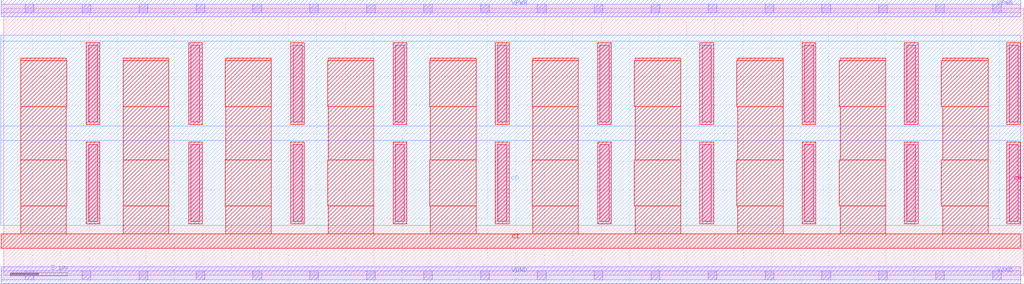
<source format=lef>
VERSION 5.7 ;
  NOWIREEXTENSIONATPIN ON ;
  DIVIDERCHAR "/" ;
  BUSBITCHARS "[]" ;
MACRO sky130_fd_pr__cap_mim_m3_1
  CLASS CORE ;
  FOREIGN sky130_fd_pr__cap_mim_m3_1 ;
  ORIGIN 0.000 0.000 ;
  SIZE 35.855 BY 9.400 ;
  SITE unitasc ;
  PIN c0
    DIRECTION INOUT ;
    PORT
      LAYER met3 ;
        RECT -0.100 8.250 35.750 8.450 ;
        RECT -0.100 5.250 35.755 8.250 ;
        RECT -0.100 4.750 35.750 5.250 ;
        RECT -0.100 1.750 35.755 4.750 ;
      LAYER via3 ;
        RECT 2.980 5.390 3.300 8.110 ;
        RECT 6.575 5.390 6.895 8.110 ;
        RECT 10.170 5.390 10.490 8.110 ;
        RECT 13.765 5.390 14.085 8.110 ;
        RECT 17.360 5.390 17.680 8.110 ;
        RECT 20.955 5.390 21.275 8.110 ;
        RECT 24.550 5.390 24.870 8.110 ;
        RECT 28.145 5.390 28.465 8.110 ;
        RECT 31.740 5.390 32.060 8.110 ;
        RECT 35.335 5.390 35.655 8.110 ;
        RECT 2.980 1.890 3.300 4.610 ;
        RECT 6.575 1.890 6.895 4.610 ;
        RECT 10.170 1.890 10.490 4.610 ;
        RECT 13.765 1.890 14.085 4.610 ;
        RECT 17.360 1.890 17.680 4.610 ;
        RECT 20.955 1.890 21.275 4.610 ;
        RECT 24.550 1.890 24.870 4.610 ;
        RECT 28.145 1.890 28.465 4.610 ;
        RECT 31.740 1.890 32.060 4.610 ;
        RECT 35.335 1.890 35.655 4.610 ;
      LAYER met4 ;
        RECT 2.900 5.310 3.380 8.190 ;
        RECT 6.495 5.310 6.975 8.190 ;
        RECT 10.090 5.310 10.570 8.190 ;
        RECT 13.685 5.310 14.165 8.190 ;
        RECT 17.280 5.310 17.760 8.190 ;
        RECT 20.875 5.310 21.355 8.190 ;
        RECT 24.470 5.310 24.950 8.190 ;
        RECT 28.065 5.310 28.545 8.190 ;
        RECT 31.660 5.310 32.140 8.190 ;
        RECT 35.255 5.310 35.735 8.190 ;
        RECT 2.900 1.810 3.380 4.690 ;
        RECT 6.495 1.810 6.975 4.690 ;
        RECT 10.090 1.810 10.570 4.690 ;
        RECT 13.685 1.810 14.165 4.690 ;
        RECT 17.280 1.810 17.760 4.690 ;
        RECT 20.875 1.810 21.355 4.690 ;
        RECT 24.470 1.810 24.950 4.690 ;
        RECT 28.065 1.810 28.545 4.690 ;
        RECT 31.660 1.810 32.140 4.690 ;
        RECT 35.255 1.810 35.735 4.690 ;
    END
  END c0
  PIN c1
    DIRECTION INOUT ;
    PORT
      LAYER met4 ;
        RECT 0.600 7.555 2.200 7.650 ;
        RECT 4.200 7.555 5.800 7.650 ;
        RECT 7.800 7.555 9.400 7.650 ;
        RECT 11.400 7.555 13.000 7.650 ;
        RECT 15.000 7.555 16.600 7.650 ;
        RECT 18.600 7.555 20.200 7.650 ;
        RECT 22.200 7.555 23.800 7.650 ;
        RECT 25.800 7.555 27.400 7.650 ;
        RECT 29.400 7.555 31.000 7.650 ;
        RECT 33.000 7.555 34.600 7.650 ;
        RECT 0.600 5.945 2.210 7.555 ;
        RECT 4.195 5.945 5.805 7.555 ;
        RECT 7.790 5.945 9.400 7.555 ;
        RECT 11.385 5.945 13.000 7.555 ;
        RECT 14.980 5.945 16.600 7.555 ;
        RECT 18.575 5.945 20.200 7.555 ;
        RECT 22.170 5.945 23.800 7.555 ;
        RECT 25.765 5.945 27.400 7.555 ;
        RECT 29.360 5.945 31.000 7.555 ;
        RECT 32.955 5.945 34.600 7.555 ;
        RECT 0.600 4.055 2.200 5.945 ;
        RECT 4.200 4.055 5.800 5.945 ;
        RECT 7.800 4.055 9.400 5.945 ;
        RECT 11.400 4.055 13.000 5.945 ;
        RECT 15.000 4.055 16.600 5.945 ;
        RECT 18.600 4.055 20.200 5.945 ;
        RECT 22.200 4.055 23.800 5.945 ;
        RECT 25.800 4.055 27.400 5.945 ;
        RECT 29.400 4.055 31.000 5.945 ;
        RECT 33.000 4.055 34.600 5.945 ;
        RECT 0.600 2.445 2.210 4.055 ;
        RECT 4.195 2.445 5.805 4.055 ;
        RECT 7.790 2.445 9.400 4.055 ;
        RECT 11.385 2.445 13.000 4.055 ;
        RECT 14.980 2.445 16.600 4.055 ;
        RECT 18.575 2.445 20.200 4.055 ;
        RECT 22.170 2.445 23.800 4.055 ;
        RECT 25.765 2.445 27.400 4.055 ;
        RECT 29.360 2.445 31.000 4.055 ;
        RECT 32.955 2.445 34.600 4.055 ;
        RECT 0.600 1.450 2.200 2.445 ;
        RECT 4.200 1.450 5.800 2.445 ;
        RECT 7.800 1.450 9.400 2.445 ;
        RECT 11.400 1.450 13.000 2.445 ;
        RECT 15.000 1.450 16.600 2.445 ;
        RECT 18.600 1.450 20.200 2.445 ;
        RECT 22.200 1.450 23.800 2.445 ;
        RECT 25.800 1.450 27.400 2.445 ;
        RECT 29.400 1.450 31.000 2.445 ;
        RECT 33.000 1.450 34.600 2.445 ;
        RECT -0.090 0.950 35.750 1.450 ;
    END
  END c1
  PIN VPWR
    DIRECTION INOUT ;
    USE POWER ;
    PORT
      LAYER li1 ;
        RECT -0.090 9.250 35.750 9.550 ;
      LAYER mcon ;
        RECT 0.760 9.250 1.060 9.550 ;
        RECT 2.760 9.250 3.060 9.550 ;
        RECT 4.760 9.250 5.060 9.550 ;
        RECT 6.760 9.250 7.060 9.550 ;
        RECT 8.760 9.250 9.060 9.550 ;
        RECT 10.760 9.250 11.060 9.550 ;
        RECT 12.760 9.250 13.060 9.550 ;
        RECT 14.760 9.250 15.060 9.550 ;
        RECT 16.760 9.250 17.060 9.550 ;
        RECT 18.760 9.250 19.060 9.550 ;
        RECT 20.760 9.250 21.060 9.550 ;
        RECT 22.760 9.250 23.060 9.550 ;
        RECT 24.760 9.250 25.060 9.550 ;
        RECT 26.760 9.250 27.060 9.550 ;
        RECT 28.760 9.250 29.060 9.550 ;
        RECT 30.760 9.250 31.060 9.550 ;
        RECT 32.760 9.250 33.060 9.550 ;
        RECT 34.760 9.250 35.060 9.550 ;
      LAYER met1 ;
        RECT -0.090 9.100 35.750 9.700 ;
    END
  END VPWR
  PIN VGND
    DIRECTION INOUT ;
    USE GROUND ;
    PORT
      LAYER li1 ;
        RECT -0.090 -0.150 35.750 0.150 ;
      LAYER mcon ;
        RECT 0.760 -0.150 1.060 0.150 ;
        RECT 2.760 -0.150 3.060 0.150 ;
        RECT 4.760 -0.150 5.060 0.150 ;
        RECT 6.760 -0.150 7.060 0.150 ;
        RECT 8.760 -0.150 9.060 0.150 ;
        RECT 10.760 -0.150 11.060 0.150 ;
        RECT 12.760 -0.150 13.060 0.150 ;
        RECT 14.760 -0.150 15.060 0.150 ;
        RECT 16.760 -0.150 17.060 0.150 ;
        RECT 18.760 -0.150 19.060 0.150 ;
        RECT 20.760 -0.150 21.060 0.150 ;
        RECT 22.760 -0.150 23.060 0.150 ;
        RECT 24.760 -0.150 25.060 0.150 ;
        RECT 26.760 -0.150 27.060 0.150 ;
        RECT 28.760 -0.150 29.060 0.150 ;
        RECT 30.760 -0.150 31.060 0.150 ;
        RECT 32.760 -0.150 33.060 0.150 ;
        RECT 34.760 -0.150 35.060 0.150 ;
      LAYER met1 ;
        RECT -0.090 -0.300 35.750 0.300 ;
    END
  END VGND
END sky130_fd_pr__cap_mim_m3_1
END LIBRARY


</source>
